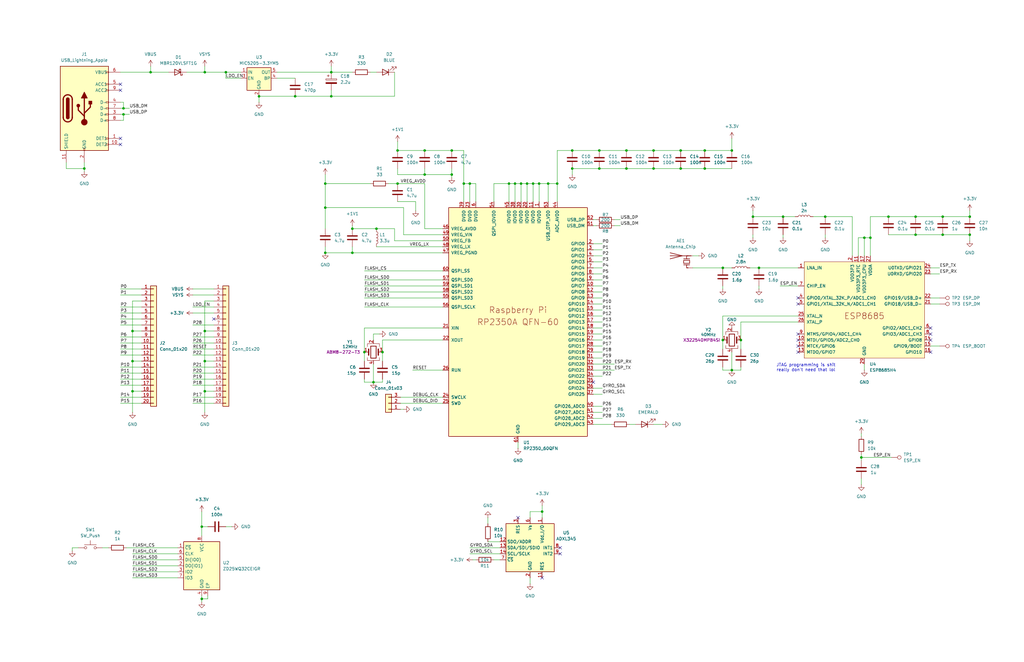
<source format=kicad_sch>
(kicad_sch (version 20231120) (generator "eeschema") (generator_version "8.0")
  (paper "B")
  (title_block (title "Pico2350 W") (date "2024-10-15") (rev "1.0") (company "Copyright (c) 2024 zeankun.dev"))
  (junction (at 408.94 99.06))
  (junction (at 231.14 77.47))
  (junction (at 222.25 77.47))
  (junction (at 252.73 63.5))
  (junction (at 198.12 77.47))
  (junction (at 137.16 77.47))
  (junction (at 228.6 215.9))
  (junction (at 86.36 152.4))
  (junction (at 217.17 77.47))
  (junction (at 139.7 30.48))
  (junction (at 109.22 40.64))
  (junction (at 308.61 156.21))
  (junction (at 317.5 91.44))
  (junction (at 139.7 40.64))
  (junction (at 153.67 148.59))
  (junction (at 52.07 45.72))
  (junction (at 386.08 91.44))
  (junction (at 137.16 106.68))
  (junction (at 408.94 91.44))
  (junction (at 35.56 71.12))
  (junction (at 363.22 193.04))
  (junction (at 397.51 99.06))
  (junction (at 85.09 222.25))
  (junction (at 347.98 91.44))
  (junction (at 304.8 143.51))
  (junction (at 137.16 87.63))
  (junction (at 179.07 73.66))
  (junction (at 241.3 63.5))
  (junction (at 241.3 71.12))
  (junction (at 397.51 91.44))
  (junction (at 95.25 30.48))
  (junction (at 224.79 77.47))
  (junction (at 264.16 71.12))
  (junction (at 304.8 113.03))
  (junction (at 148.59 106.68))
  (junction (at 55.88 139.7))
  (junction (at 190.5 63.5))
  (junction (at 275.59 63.5))
  (junction (at 275.59 71.12))
  (junction (at 161.29 148.59))
  (junction (at 320.04 113.03))
  (junction (at 55.88 152.4))
  (junction (at 167.64 63.5))
  (junction (at 190.5 73.66))
  (junction (at 157.48 161.29))
  (junction (at 367.03 100.33))
  (junction (at 63.5 30.48))
  (junction (at 124.46 40.64))
  (junction (at 330.2 91.44))
  (junction (at 148.59 96.52))
  (junction (at 252.73 71.12))
  (junction (at 86.36 139.7))
  (junction (at 214.63 77.47))
  (junction (at 374.65 91.44))
  (junction (at 364.49 100.33))
  (junction (at 85.09 252.73))
  (junction (at 179.07 63.5))
  (junction (at 158.75 96.52))
  (junction (at 297.18 71.12))
  (junction (at 297.18 63.5))
  (junction (at 227.33 77.47))
  (junction (at 55.88 165.1))
  (junction (at 86.36 165.1))
  (junction (at 308.61 63.5))
  (junction (at 234.95 77.47))
  (junction (at 219.71 77.47))
  (junction (at 52.07 48.26))
  (junction (at 264.16 63.5))
  (junction (at 287.02 71.12))
  (junction (at 386.08 99.06))
  (junction (at 195.58 77.47))
  (junction (at 312.42 143.51))
  (junction (at 287.02 63.5))
  (junction (at 86.36 30.48))
  (junction (at 167.64 77.47))
  (no_connect (at 250.19 161.29))
  (no_connect (at 336.55 128.27))
  (no_connect (at 336.55 140.97))
  (no_connect (at 50.8 58.42))
  (no_connect (at 336.55 143.51))
  (no_connect (at 336.55 125.73))
  (no_connect (at 392.43 138.43))
  (no_connect (at 392.43 148.59))
  (no_connect (at 50.8 35.56))
  (no_connect (at 90.17 134.62))
  (no_connect (at 236.22 233.68))
  (no_connect (at 218.44 218.44))
  (no_connect (at 392.43 143.51))
  (no_connect (at 336.55 148.59))
  (no_connect (at 228.6 243.84))
  (no_connect (at 50.8 60.96))
  (no_connect (at 336.55 146.05))
  (no_connect (at 392.43 140.97))
  (no_connect (at 236.22 231.14))
  (no_connect (at 50.8 38.1))
  (wire (pts (xy 50.8 157.48) (xy 59.69 157.48)))
  (wire (pts (xy 95.25 33.02) (xy 95.25 30.48)))
  (wire (pts (xy 86.36 139.7) (xy 90.17 139.7)))
  (wire (pts (xy 179.07 71.12) (xy 179.07 73.66)))
  (wire (pts (xy 50.8 154.94) (xy 59.69 154.94)))
  (wire (pts (xy 359.41 107.95) (xy 359.41 91.44)))
  (wire (pts (xy 250.19 92.71) (xy 251.46 92.71)))
  (wire (pts (xy 86.36 30.48) (xy 78.74 30.48)))
  (wire (pts (xy 55.88 139.7) (xy 55.88 127)))
  (wire (pts (xy 50.8 30.48) (xy 63.5 30.48)))
  (wire (pts (xy 139.7 38.1) (xy 139.7 40.64)))
  (wire (pts (xy 158.75 96.52) (xy 166.37 96.52)))
  (wire (pts (xy 231.14 77.47) (xy 231.14 85.09)))
  (wire (pts (xy 30.48 231.14) (xy 30.48 232.41)))
  (wire (pts (xy 50.8 170.18) (xy 59.69 170.18)))
  (wire (pts (xy 55.88 127) (xy 59.69 127)))
  (wire (pts (xy 241.3 71.12) (xy 241.3 73.66)))
  (wire (pts (xy 367.03 100.33) (xy 367.03 91.44)))
  (wire (pts (xy 55.88 238.76) (xy 74.93 238.76)))
  (wire (pts (xy 81.28 142.24) (xy 90.17 142.24)))
  (wire (pts (xy 50.8 129.54) (xy 59.69 129.54)))
  (wire (pts (xy 222.25 77.47) (xy 222.25 85.09)))
  (wire (pts (xy 231.14 77.47) (xy 234.95 77.47)))
  (wire (pts (xy 208.28 77.47) (xy 214.63 77.47)))
  (wire (pts (xy 217.17 77.47) (xy 219.71 77.47)))
  (wire (pts (xy 153.67 161.29) (xy 157.48 161.29)))
  (wire (pts (xy 359.41 91.44) (xy 347.98 91.44)))
  (wire (pts (xy 254 148.59) (xy 250.19 148.59)))
  (wire (pts (xy 364.49 107.95) (xy 364.49 100.33)))
  (wire (pts (xy 86.36 27.94) (xy 86.36 30.48)))
  (wire (pts (xy 168.91 172.72) (xy 170.18 172.72)))
  (wire (pts (xy 86.36 30.48) (xy 95.25 30.48)))
  (wire (pts (xy 287.02 71.12) (xy 297.18 71.12)))
  (wire (pts (xy 363.22 193.04) (xy 375.92 193.04)))
  (wire (pts (xy 250.19 173.99) (xy 254 173.99)))
  (wire (pts (xy 50.8 48.26) (xy 52.07 48.26)))
  (wire (pts (xy 363.22 193.04) (xy 363.22 194.31)))
  (wire (pts (xy 254 115.57) (xy 250.19 115.57)))
  (wire (pts (xy 217.17 77.47) (xy 217.17 85.09)))
  (wire (pts (xy 35.56 68.58) (xy 35.56 71.12)))
  (wire (pts (xy 109.22 40.64) (xy 109.22 43.18)))
  (wire (pts (xy 50.8 162.56) (xy 59.69 162.56)))
  (wire (pts (xy 86.36 165.1) (xy 90.17 165.1)))
  (wire (pts (xy 55.88 139.7) (xy 59.69 139.7)))
  (wire (pts (xy 175.26 85.09) (xy 167.64 85.09)))
  (wire (pts (xy 53.34 231.14) (xy 74.93 231.14)))
  (wire (pts (xy 347.98 99.06) (xy 347.98 100.33)))
  (wire (pts (xy 254 120.65) (xy 250.19 120.65)))
  (wire (pts (xy 81.28 137.16) (xy 90.17 137.16)))
  (wire (pts (xy 179.07 73.66) (xy 190.5 73.66)))
  (wire (pts (xy 259.08 95.25) (xy 261.62 95.25)))
  (wire (pts (xy 198.12 85.09) (xy 198.12 77.47)))
  (wire (pts (xy 52.07 48.26) (xy 52.07 50.8)))
  (wire (pts (xy 50.8 160.02) (xy 59.69 160.02)))
  (wire (pts (xy 153.67 160.02) (xy 153.67 161.29)))
  (wire (pts (xy 170.18 87.63) (xy 170.18 99.06)))
  (wire (pts (xy 153.67 138.43) (xy 153.67 148.59)))
  (wire (pts (xy 364.49 100.33) (xy 367.03 100.33)))
  (wire (pts (xy 198.12 233.68) (xy 210.82 233.68)))
  (wire (pts (xy 224.79 77.47) (xy 224.79 85.09)))
  (wire (pts (xy 63.5 30.48) (xy 71.12 30.48)))
  (wire (pts (xy 186.69 138.43) (xy 153.67 138.43)))
  (wire (pts (xy 157.48 140.97) (xy 157.48 143.51)))
  (wire (pts (xy 81.28 157.48) (xy 90.17 157.48)))
  (wire (pts (xy 86.36 139.7) (xy 86.36 127)))
  (wire (pts (xy 223.52 218.44) (xy 223.52 215.9)))
  (wire (pts (xy 137.16 77.47) (xy 137.16 73.66)))
  (wire (pts (xy 363.22 182.88) (xy 363.22 184.15)))
  (wire (pts (xy 81.28 167.64) (xy 90.17 167.64)))
  (wire (pts (xy 139.7 40.64) (xy 124.46 40.64)))
  (wire (pts (xy 52.07 45.72) (xy 54.61 45.72)))
  (wire (pts (xy 275.59 71.12) (xy 287.02 71.12)))
  (wire (pts (xy 254 125.73) (xy 250.19 125.73)))
  (wire (pts (xy 116.84 33.02) (xy 124.46 33.02)))
  (wire (pts (xy 227.33 77.47) (xy 227.33 85.09)))
  (wire (pts (xy 153.67 129.54) (xy 186.69 129.54)))
  (wire (pts (xy 161.29 148.59) (xy 161.29 152.4)))
  (wire (pts (xy 219.71 77.47) (xy 222.25 77.47)))
  (wire (pts (xy 254 143.51) (xy 250.19 143.51)))
  (wire (pts (xy 317.5 91.44) (xy 330.2 91.44)))
  (wire (pts (xy 81.28 144.78) (xy 90.17 144.78)))
  (wire (pts (xy 228.6 215.9) (xy 228.6 218.44)))
  (wire (pts (xy 190.5 73.66) (xy 190.5 74.93)))
  (wire (pts (xy 254 130.81) (xy 250.19 130.81)))
  (wire (pts (xy 250.19 95.25) (xy 251.46 95.25)))
  (wire (pts (xy 81.28 121.92) (xy 90.17 121.92)))
  (wire (pts (xy 250.19 171.45) (xy 254 171.45)))
  (wire (pts (xy 312.42 156.21) (xy 308.61 156.21)))
  (wire (pts (xy 361.95 100.33) (xy 364.49 100.33)))
  (wire (pts (xy 137.16 77.47) (xy 137.16 87.63)))
  (wire (pts (xy 208.28 85.09) (xy 208.28 77.47)))
  (wire (pts (xy 160.02 140.97) (xy 157.48 140.97)))
  (wire (pts (xy 320.04 120.65) (xy 320.04 121.92)))
  (wire (pts (xy 43.18 231.14) (xy 45.72 231.14)))
  (wire (pts (xy 163.83 77.47) (xy 167.64 77.47)))
  (wire (pts (xy 367.03 91.44) (xy 374.65 91.44)))
  (wire (pts (xy 227.33 77.47) (xy 231.14 77.47)))
  (wire (pts (xy 392.43 125.73) (xy 396.24 125.73)))
  (wire (pts (xy 234.95 63.5) (xy 234.95 77.47)))
  (wire (pts (xy 168.91 167.64) (xy 186.69 167.64)))
  (wire (pts (xy 81.28 160.02) (xy 90.17 160.02)))
  (wire (pts (xy 81.28 124.46) (xy 90.17 124.46)))
  (wire (pts (xy 275.59 179.07) (xy 279.4 179.07)))
  (wire (pts (xy 85.09 251.46) (xy 85.09 252.73)))
  (wire (pts (xy 167.64 59.69) (xy 167.64 63.5)))
  (wire (pts (xy 297.18 63.5) (xy 287.02 63.5)))
  (wire (pts (xy 186.69 106.68) (xy 148.59 106.68)))
  (wire (pts (xy 190.5 71.12) (xy 190.5 73.66)))
  (wire (pts (xy 137.16 87.63) (xy 170.18 87.63)))
  (wire (pts (xy 137.16 87.63) (xy 137.16 96.52)))
  (wire (pts (xy 254 146.05) (xy 250.19 146.05)))
  (wire (pts (xy 55.88 152.4) (xy 55.88 139.7)))
  (wire (pts (xy 81.28 154.94) (xy 90.17 154.94)))
  (wire (pts (xy 250.19 179.07) (xy 257.81 179.07)))
  (wire (pts (xy 156.21 30.48) (xy 158.75 30.48)))
  (wire (pts (xy 205.74 218.44) (xy 205.74 220.98)))
  (wire (pts (xy 252.73 71.12) (xy 264.16 71.12)))
  (wire (pts (xy 342.9 91.44) (xy 347.98 91.44)))
  (wire (pts (xy 218.44 186.69) (xy 218.44 189.23)))
  (wire (pts (xy 190.5 63.5) (xy 179.07 63.5)))
  (wire (pts (xy 153.67 118.11) (xy 186.69 118.11)))
  (wire (pts (xy 374.65 91.44) (xy 386.08 91.44)))
  (wire (pts (xy 55.88 152.4) (xy 59.69 152.4)))
  (wire (pts (xy 35.56 71.12) (xy 35.56 72.39)))
  (wire (pts (xy 408.94 88.9) (xy 408.94 91.44)))
  (wire (pts (xy 81.28 147.32) (xy 90.17 147.32)))
  (wire (pts (xy 116.84 30.48) (xy 139.7 30.48)))
  (wire (pts (xy 195.58 85.09) (xy 195.58 77.47)))
  (wire (pts (xy 250.19 156.21) (xy 259.08 156.21)))
  (wire (pts (xy 254 128.27) (xy 250.19 128.27)))
  (wire (pts (xy 392.43 128.27) (xy 396.24 128.27)))
  (wire (pts (xy 392.43 146.05) (xy 396.24 146.05)))
  (wire (pts (xy 312.42 135.89) (xy 336.55 135.89)))
  (wire (pts (xy 363.22 201.93) (xy 363.22 204.47)))
  (wire (pts (xy 161.29 160.02) (xy 161.29 161.29)))
  (wire (pts (xy 254 138.43) (xy 250.19 138.43)))
  (wire (pts (xy 223.52 215.9) (xy 228.6 215.9)))
  (wire (pts (xy 214.63 77.47) (xy 217.17 77.47)))
  (wire (pts (xy 254 133.35) (xy 250.19 133.35)))
  (wire (pts (xy 304.8 113.03) (xy 308.61 113.03)))
  (wire (pts (xy 50.8 167.64) (xy 59.69 167.64)))
  (wire (pts (xy 287.02 63.5) (xy 275.59 63.5)))
  (wire (pts (xy 374.65 99.06) (xy 386.08 99.06)))
  (wire (pts (xy 153.67 125.73) (xy 186.69 125.73)))
  (wire (pts (xy 153.67 114.3) (xy 186.69 114.3)))
  (wire (pts (xy 139.7 30.48) (xy 148.59 30.48)))
  (wire (pts (xy 222.25 77.47) (xy 224.79 77.47)))
  (wire (pts (xy 297.18 71.12) (xy 308.61 71.12)))
  (wire (pts (xy 199.39 236.22) (xy 200.66 236.22)))
  (wire (pts (xy 186.69 99.06) (xy 170.18 99.06)))
  (wire (pts (xy 195.58 77.47) (xy 195.58 63.5)))
  (wire (pts (xy 200.66 77.47) (xy 198.12 77.47)))
  (wire (pts (xy 312.42 143.51) (xy 312.42 147.32)))
  (wire (pts (xy 304.8 133.35) (xy 304.8 143.51)))
  (wire (pts (xy 55.88 233.68) (xy 74.93 233.68)))
  (wire (pts (xy 265.43 179.07) (xy 267.97 179.07)))
  (wire (pts (xy 179.07 77.47) (xy 167.64 77.47)))
  (wire (pts (xy 312.42 135.89) (xy 312.42 143.51)))
  (wire (pts (xy 252.73 63.5) (xy 241.3 63.5)))
  (wire (pts (xy 386.08 91.44) (xy 397.51 91.44)))
  (wire (pts (xy 50.8 137.16) (xy 59.69 137.16)))
  (wire (pts (xy 167.64 71.12) (xy 167.64 73.66)))
  (wire (pts (xy 228.6 213.36) (xy 228.6 215.9)))
  (wire (pts (xy 50.8 147.32) (xy 59.69 147.32)))
  (wire (pts (xy 166.37 40.64) (xy 139.7 40.64)))
  (wire (pts (xy 166.37 96.52) (xy 166.37 101.6)))
  (wire (pts (xy 363.22 193.04) (xy 363.22 191.77)))
  (wire (pts (xy 157.48 153.67) (xy 157.48 161.29)))
  (wire (pts (xy 85.09 252.73) (xy 85.09 254)))
  (wire (pts (xy 50.8 124.46) (xy 59.69 124.46)))
  (wire (pts (xy 86.36 127) (xy 90.17 127)))
  (wire (pts (xy 95.25 30.48) (xy 101.6 30.48)))
  (wire (pts (xy 250.19 176.53) (xy 254 176.53)))
  (wire (pts (xy 148.59 104.14) (xy 148.59 106.68)))
  (wire (pts (xy 304.8 143.51) (xy 304.8 147.32)))
  (wire (pts (xy 205.74 228.6) (xy 210.82 228.6)))
  (wire (pts (xy 259.08 92.71) (xy 261.62 92.71)))
  (wire (pts (xy 81.28 129.54) (xy 90.17 129.54)))
  (wire (pts (xy 86.36 152.4) (xy 86.36 139.7)))
  (wire (pts (xy 254 123.19) (xy 250.19 123.19)))
  (wire (pts (xy 179.07 96.52) (xy 179.07 77.47)))
  (wire (pts (xy 167.64 73.66) (xy 179.07 73.66)))
  (wire (pts (xy 52.07 48.26) (xy 54.61 48.26)))
  (wire (pts (xy 214.63 77.47) (xy 214.63 85.09)))
  (wire (pts (xy 397.51 99.06) (xy 408.94 99.06)))
  (wire (pts (xy 55.88 165.1) (xy 59.69 165.1)))
  (wire (pts (xy 95.25 222.25) (xy 97.79 222.25)))
  (wire (pts (xy 86.36 173.99) (xy 86.36 165.1)))
  (wire (pts (xy 50.8 149.86) (xy 59.69 149.86)))
  (wire (pts (xy 50.8 45.72) (xy 52.07 45.72)))
  (wire (pts (xy 85.09 222.25) (xy 85.09 226.06)))
  (wire (pts (xy 50.8 142.24) (xy 59.69 142.24)))
  (wire (pts (xy 81.28 162.56) (xy 90.17 162.56)))
  (wire (pts (xy 81.28 170.18) (xy 90.17 170.18)))
  (wire (pts (xy 250.19 166.37) (xy 254 166.37)))
  (wire (pts (xy 234.95 77.47) (xy 234.95 85.09)))
  (wire (pts (xy 195.58 63.5) (xy 190.5 63.5)))
  (wire (pts (xy 316.23 113.03) (xy 320.04 113.03)))
  (wire (pts (xy 87.63 251.46) (xy 87.63 252.73)))
  (wire (pts (xy 264.16 63.5) (xy 252.73 63.5)))
  (wire (pts (xy 250.19 153.67) (xy 259.08 153.67)))
  (wire (pts (xy 317.5 99.06) (xy 317.5 100.33)))
  (wire (pts (xy 304.8 133.35) (xy 336.55 133.35)))
  (wire (pts (xy 148.59 95.25) (xy 148.59 96.52)))
  (wire (pts (xy 27.94 68.58) (xy 27.94 71.12)))
  (wire (pts (xy 166.37 30.48) (xy 166.37 40.64)))
  (wire (pts (xy 250.19 163.83) (xy 254 163.83)))
  (wire (pts (xy 312.42 154.94) (xy 312.42 156.21)))
  (wire (pts (xy 50.8 134.62) (xy 59.69 134.62)))
  (wire (pts (xy 264.16 71.12) (xy 275.59 71.12)))
  (wire (pts (xy 148.59 106.68) (xy 137.16 106.68)))
  (wire (pts (xy 153.67 148.59) (xy 153.67 152.4)))
  (wire (pts (xy 330.2 91.44) (xy 335.28 91.44)))
  (wire (pts (xy 179.07 63.5) (xy 167.64 63.5)))
  (wire (pts (xy 241.3 71.12) (xy 252.73 71.12)))
  (wire (pts (xy 139.7 27.94) (xy 139.7 30.48)))
  (wire (pts (xy 55.88 236.22) (xy 74.93 236.22)))
  (wire (pts (xy 173.99 156.21) (xy 186.69 156.21)))
  (wire (pts (xy 186.69 96.52) (xy 179.07 96.52)))
  (wire (pts (xy 367.03 107.95) (xy 367.03 100.33)))
  (wire (pts (xy 166.37 101.6) (xy 186.69 101.6)))
  (wire (pts (xy 85.09 215.9) (xy 85.09 222.25)))
  (wire (pts (xy 254 110.49) (xy 250.19 110.49)))
  (wire (pts (xy 361.95 107.95) (xy 361.95 100.33)))
  (wire (pts (xy 198.12 231.14) (xy 210.82 231.14)))
  (wire (pts (xy 328.93 120.65) (xy 336.55 120.65)))
  (wire (pts (xy 254 135.89) (xy 250.19 135.89)))
  (wire (pts (xy 153.67 120.65) (xy 186.69 120.65)))
  (wire (pts (xy 392.43 115.57) (xy 396.24 115.57)))
  (wire (pts (xy 148.59 96.52) (xy 158.75 96.52)))
  (wire (pts (xy 219.71 77.47) (xy 219.71 85.09)))
  (wire (pts (xy 55.88 173.99) (xy 55.88 165.1)))
  (wire (pts (xy 320.04 113.03) (xy 336.55 113.03)))
  (wire (pts (xy 254 105.41) (xy 250.19 105.41)))
  (wire (pts (xy 254 158.75) (xy 250.19 158.75)))
  (wire (pts (xy 254 107.95) (xy 250.19 107.95)))
  (wire (pts (xy 175.26 88.9) (xy 175.26 85.09)))
  (wire (pts (xy 364.49 153.67) (xy 364.49 156.21)))
  (wire (pts (xy 254 151.13) (xy 250.19 151.13)))
  (wire (pts (xy 208.28 236.22) (xy 210.82 236.22)))
  (wire (pts (xy 397.51 91.44) (xy 408.94 91.44)))
  (wire (pts (xy 223.52 243.84) (xy 223.52 246.38)))
  (wire (pts (xy 52.07 45.72) (xy 52.07 43.18)))
  (wire (pts (xy 156.21 77.47) (xy 137.16 77.47)))
  (wire (pts (xy 52.07 50.8) (xy 50.8 50.8)))
  (wire (pts (xy 168.91 170.18) (xy 186.69 170.18)))
  (wire (pts (xy 392.43 113.03) (xy 396.24 113.03)))
  (wire (pts (xy 87.63 252.73) (xy 85.09 252.73)))
  (wire (pts (xy 101.6 33.02) (xy 95.25 33.02)))
  (wire (pts (xy 158.75 104.14) (xy 186.69 104.14)))
  (wire (pts (xy 33.02 231.14) (xy 30.48 231.14)))
  (wire (pts (xy 198.12 77.47) (xy 195.58 77.47)))
  (wire (pts (xy 27.94 71.12) (xy 35.56 71.12)))
  (wire (pts (xy 308.61 58.42) (xy 308.61 63.5)))
  (wire (pts (xy 317.5 88.9) (xy 317.5 91.44)))
  (wire (pts (xy 55.88 241.3) (xy 74.93 241.3)))
  (wire (pts (xy 254 113.03) (xy 250.19 113.03)))
  (wire (pts (xy 304.8 156.21) (xy 308.61 156.21)))
  (wire (pts (xy 292.1 113.03) (xy 304.8 113.03)))
  (wire (pts (xy 50.8 132.08) (xy 59.69 132.08)))
  (wire (pts (xy 86.36 165.1) (xy 86.36 152.4)))
  (wire (pts (xy 81.28 132.08) (xy 90.17 132.08)))
  (wire (pts (xy 254 118.11) (xy 250.19 118.11)))
  (wire (pts (xy 50.8 144.78) (xy 59.69 144.78)))
  (wire (pts (xy 275.59 63.5) (xy 264.16 63.5)))
  (wire (pts (xy 137.16 106.68) (xy 137.16 104.14)))
  (wire (pts (xy 308.61 148.59) (xy 308.61 156.21)))
  (wire (pts (xy 153.67 123.19) (xy 186.69 123.19)))
  (wire (pts (xy 55.88 165.1) (xy 55.88 152.4)))
  (wire (pts (xy 109.22 40.64) (xy 124.46 40.64)))
  (wire (pts (xy 186.69 143.51) (xy 161.29 143.51)))
  (wire (pts (xy 386.08 99.06) (xy 397.51 99.06)))
  (wire (pts (xy 55.88 243.84) (xy 74.93 243.84)))
  (wire (pts (xy 408.94 99.06) (xy 408.94 101.6)))
  (wire (pts (xy 308.61 63.5) (xy 297.18 63.5)))
  (wire (pts (xy 50.8 121.92) (xy 59.69 121.92)))
  (wire (pts (xy 304.8 154.94) (xy 304.8 156.21)))
  (wire (pts (xy 254 102.87) (xy 250.19 102.87)))
  (wire (pts (xy 81.28 149.86) (xy 90.17 149.86)))
  (wire (pts (xy 200.66 85.09) (xy 200.66 77.47)))
  (wire (pts (xy 63.5 30.48) (xy 63.5 27.94)))
  (wire (pts (xy 330.2 99.06) (xy 330.2 100.33)))
  (wire (pts (xy 224.79 77.47) (xy 227.33 77.47)))
  (wire (pts (xy 292.1 107.95) (xy 294.64 107.95)))
  (wire (pts (xy 254 140.97) (xy 250.19 140.97)))
  (wire (pts (xy 304.8 120.65) (xy 304.8 121.92)))
  (wire (pts (xy 52.07 43.18) (xy 50.8 43.18)))
  (wire (pts (xy 241.3 63.5) (xy 234.95 63.5)))
  (wire (pts (xy 86.36 152.4) (xy 90.17 152.4)))
  (wire (pts (xy 161.29 143.51) (xy 161.29 148.59)))
  (wire (pts (xy 87.63 222.25) (xy 85.09 222.25)))
  (wire (pts (xy 161.29 161.29) (xy 157.48 161.29)))
  (text "JTAG programming is shit\nreally don't need that lol\n" (at 339.852 155.194 0) (effects (font (size 1.27 1.27))))
  (label "P13" (at 50.8 162.56 0))
  (label "FLASH_SD3" (at 55.88 243.84 0))
  (label "FLASH_CS" (at 153.67 114.3 0))
  (label "P19" (at 81.28 160.02 0))
  (label "P21" (at 81.28 154.94 0))
  (label "FLASH_CS" (at 55.88 231.14 0))
  (label "USB_DP" (at 261.62 92.71 0))
  (label "P11" (at 254 130.81 0))
  (label "FLASH_SD0" (at 153.67 118.11 0))
  (label "P20" (at 81.28 157.48 0))
  (label "P12" (at 50.8 160.02 0))
  (label "P7" (at 50.8 144.78 0))
  (label "USB_DM" (at 54.61 45.72 0))
  (label "P6" (at 254 118.11 0))
  (label "P6" (at 50.8 142.24 0))
  (label "GYRO_SCL" (at 198.12 233.68 0))
  (label "FLASH_SD2" (at 55.88 241.3 0))
  (label "ESP_TX" (at 396.24 113.03 0))
  (label "P7" (at 254 120.65 0))
  (label "P12" (at 254 133.35 0))
  (label "P2" (at 50.8 129.54 0))
  (label "P14" (at 254 138.43 0))
  (label "FLASH_SD1" (at 153.67 120.65 0))
  (label "P3" (at 254 110.49 0))
  (label "ESP_TX" (at 259.08 156.21 0))
  (label "FLASH_CLK" (at 55.88 233.68 0))
  (label "RESET" (at 81.28 147.32 0))
  (label "VREG_AVDD" (at 168.91 77.47 0))
  (label "P15" (at 254 140.97 0))
  (label "P8" (at 50.8 147.32 0))
  (label "P22" (at 81.28 149.86 0))
  (label "P11" (at 50.8 157.48 0))
  (label "GYRO_SDA" (at 254 163.83 0))
  (label "P16" (at 81.28 170.18 0))
  (label "P9" (at 254 125.73 0))
  (label "GYRO_SCL" (at 254 166.37 0))
  (label "LDO_EN" (at 95.25 33.02 0))
  (label "ESP_EN" (at 328.93 120.65 0))
  (label "P18" (at 81.28 162.56 0))
  (label "P1" (at 50.8 124.46 0))
  (label "ESP_EN" (at 368.3 193.04 0))
  (label "P9" (at 50.8 149.86 0))
  (label "ESP_RX" (at 396.24 115.57 0))
  (label "P0" (at 254 102.87 0))
  (label "P19" (at 254 151.13 0))
  (label "ESP_RX" (at 259.08 153.67 0))
  (label "P2" (at 254 107.95 0))
  (label "P28" (at 254 176.53 0))
  (label "FLASH_SD0" (at 55.88 236.22 0))
  (label "P18" (at 254 148.59 0))
  (label "FLASH_SD1" (at 55.88 238.76 0))
  (label "P26" (at 81.28 144.78 0))
  (label "P4" (at 254 113.03 0))
  (label "P27" (at 254 173.99 0))
  (label "USB_DM" (at 261.62 95.25 0))
  (label "VREG_LX" (at 172.72 104.14 0))
  (label "P15" (at 50.8 170.18 0))
  (label "P27" (at 81.28 142.24 0))
  (label "P20" (at 254 153.67 0))
  (label "P10" (at 50.8 154.94 0))
  (label "P17" (at 254 146.05 0))
  (label "P10" (at 254 128.27 0))
  (label "P5" (at 254 115.57 0))
  (label "P17" (at 81.28 167.64 0))
  (label "P28" (at 81.28 137.16 0))
  (label "P21" (at 254 156.21 0))
  (label "P13" (at 254 135.89 0))
  (label "RESET" (at 173.99 156.21 0))
  (label "FLASH_CLK" (at 153.67 129.54 0))
  (label "FLASH_SD3" (at 153.67 125.73 0))
  (label "P5" (at 50.8 137.16 0))
  (label "LDO_EN" (at 81.28 129.54 0))
  (label "P14" (at 50.8 167.64 0))
  (label "P8" (at 254 123.19 0))
  (label "FLASH_SD2" (at 153.67 123.19 0))
  (label "P1" (at 254 105.41 0))
  (label "DEBUG_CLK" (at 173.99 167.64 0))
  (label "DEBUG_DIO" (at 173.99 170.18 0))
  (label "P26" (at 254 171.45 0))
  (label "P16" (at 254 143.51 0))
  (label "P22" (at 254 158.75 0))
  (label "P3" (at 50.8 132.08 0))
  (label "P0" (at 50.8 121.92 0))
  (label "USB_DP" (at 54.61 48.26 0))
  (label "P4" (at 50.8 134.62 0))
  (label "GYRO_SDA" (at 198.12 231.14 0))
  (symbol (lib_id "power:GND") (at 363.22 204.47 0) (unit 1)
    (property "Reference" "#PWR034" (effects (hide yes)))
    (property "Value" "GND" (at 363.22 209.55 0))
    (property "Description" "Power symbol creates a global label with name \"GND\" , ground" (effects (hide yes)))
  )
  (symbol (lib_id "power:GND") (at 157.48 161.29 0) (unit 1)
    (property "Reference" "#PWR09" (effects (hide yes)))
    (property "Value" "GND" (at 157.48 166.37 0))
    (property "Description" "Power symbol creates a global label with name \"GND\" , ground" (effects (hide yes)))
  )
  (symbol (lib_id "Memory_Flash:W25Q32JVZP") (at 85.09 238.76 0) (unit 1)
    (property "Reference" "U2" (at 93.98 237.4899 0) (effects (justify left)))
    (property "Value" "ZD25WQ32CEIGR" (at 93.98 240.0299 0) (effects (justify left)))
    (property "Footprint" "8-USON-2X3:8-USON-2X3" (effects (hide yes)))
    (property "Datasheet" "http://www.winbond.com/resource-files/w25q32jv%20revg%2003272018%20plus.pdf" (effects (hide yes)))
    (property "Description" "2MB Serial SPI Flash by Gigadevice" (effects (hide yes)))
  )
  (symbol (lib_id "Device:Crystal_GND24") (at 308.61 143.51 0) (unit 1)
    (property "Reference" "Y2" (at 298.704 139.192 0))
    (property "Value" "40MHz" (at 298.704 141.224 0))
    (property "Footprint" "Crystal:Crystal_SMD_3225-4Pin_3.2x2.5mm" (effects (hide yes)))
    (property "Description" "Four pin crystal, GND on pins 2 and 4" (effects (hide yes)))
    (property "Descriptive BOM Name" "X322540MPB4SI" (at 295.91 143.51 0))
  )
  (symbol (lib_id "power:GND") (at 30.48 232.41 0) (unit 1)
    (property "Reference" "#PWR08" (effects (hide yes)))
    (property "Value" "GND" (at 30.48 237.49 0))
    (property "Description" "Power symbol creates a global label with name \"GND\" , ground" (effects (hide yes)))
  )
  (symbol (lib_id "power:VBUS") (at 81.28 124.46 90) (unit 1)
    (property "Reference" "#PWR045" (effects (hide yes)))
    (property "Value" "VSYS" (at 77.47 124.4599 90) (effects (justify left)))
    (property "Description" "Power symbol creates a global label with name \"VBUS\"" (effects (hide yes)))
  )
  (symbol (lib_id "power:GND") (at 160.02 140.97 90) (unit 1)
    (property "Reference" "#PWR010" (effects (hide yes)))
    (property "Value" "GND" (at 163.83 140.9699 90) (effects (justify right)))
    (property "Description" "Power symbol creates a global label with name \"GND\" , ground" (effects (hide yes)))
  )
  (symbol (lib_id "power:GND") (at 279.4 179.07 90) (unit 1)
    (property "Reference" "#PWR020" (effects (hide yes)))
    (property "Value" "GND" (at 283.21 179.0699 90) (effects (justify right)))
    (property "Description" "Power symbol creates a global label with name \"GND\" , ground" (effects (hide yes)))
  )
  (symbol (lib_id "Device:R") (at 152.4 30.48 90) (unit 1)
    (property "Reference" "R3" (at 152.4 24.13 90))
    (property "Value" "330" (at 152.4 26.67 90))
    (property "Footprint" "Resistor_SMD:R_0402_1005Metric" (effects (hide yes)))
    (property "Description" "Resistor" (effects (hide yes)))
  )
  (symbol (lib_id "power:+3.3V") (at 363.22 182.88 0) (unit 1)
    (property "Reference" "#PWR033" (effects (hide yes)))
    (property "Value" "+3.3V" (at 363.22 177.8 0))
    (property "Description" "Power symbol creates a global label with name \"+3.3V\"" (effects (hide yes)))
  )
  (symbol (lib_id "power:GND") (at 35.56 72.39 0) (unit 1)
    (property "Reference" "#PWR021" (effects (hide yes)))
    (property "Value" "GND" (at 35.56 77.47 0))
    (property "Description" "Power symbol creates a global label with name \"GND\" , ground" (effects (hide yes)))
  )
  (symbol (lib_id "power:+3.3V") (at 139.7 27.94 0) (unit 1)
    (property "Reference" "#PWR018" (effects (hide yes)))
    (property "Value" "+3.3V" (at 139.7 22.86 0))
    (property "Description" "Power symbol creates a global label with name \"+3.3V\"" (effects (hide yes)))
  )
  (symbol (lib_id "Device:R") (at 255.27 95.25 90) (unit 1)
    (property "Reference" "R8" (at 255.27 97.536 90))
    (property "Value" "200" (at 255.27 95.25 90))
    (property "Footprint" "Resistor_SMD:R_0402_1005Metric" (effects (hide yes)))
    (property "Description" "Resistor" (effects (hide yes)))
  )
  (symbol (lib_id "Device:C") (at 167.64 81.28 0) (unit 1)
    (property "Reference" "C1" (at 171.45 80.0099 0) (effects (justify left)))
    (property "Value" "4.7u" (at 171.45 82.5499 0) (effects (justify left)))
    (property "Footprint" "Capacitor_SMD:C_0402_1005Metric" (effects (hide yes)))
    (property "Description" "Unpolarized capacitor" (effects (hide yes)))
  )
  (symbol (lib_id "power:+3.3V") (at 317.5 88.9 0) (unit 1)
    (property "Reference" "#PWR029" (effects (hide yes)))
    (property "Value" "+3.3V" (at 317.5 83.82 0))
    (property "Description" "Power symbol creates a global label with name \"+3.3V\"" (effects (hide yes)))
  )
  (symbol (lib_id "Device:C") (at 386.08 95.25 0) (unit 1)
    (property "Reference" "C25" (at 389.89 93.9799 0) (effects (justify left)))
    (property "Value" "0.1u" (at 389.89 96.5199 0) (effects (justify left)))
    (property "Footprint" "Capacitor_SMD:C_0402_1005Metric" (effects (hide yes)))
    (property "Description" "Unpolarized capacitor" (effects (hide yes)))
  )
  (symbol (lib_id "Device:L") (at 312.42 113.03 90) (unit 1)
    (property "Reference" "L2" (at 312.42 107.95 90))
    (property "Value" "2.8n" (at 312.42 110.49 90))
    (property "Footprint" "Inductor_SMD:L_0402_1005Metric" (effects (hide yes)))
    (property "Description" "Inductor" (effects (hide yes)))
  )
  (symbol (lib_id "Device:L") (at 158.75 100.33 0) (unit 1)
    (property "Reference" "L1" (at 160.02 99.0599 0) (effects (justify left)))
    (property "Value" "3.3u" (at 160.02 101.5999 0) (effects (justify left)))
    (property "Footprint" "RP2350_60QFN_minimal:L_pol_2016" (effects (hide yes)))
    (property "Description" "Inductor" (effects (hide yes)))
  )
  (symbol (lib_id "power:GND") (at 308.61 138.43 180) (unit 1)
    (property "Reference" "#PWR040" (effects (hide yes)))
    (property "Value" "GND" (at 308.61 134.874 0))
    (property "Description" "Power symbol creates a global label with name \"GND\" , ground" (effects (hide yes)))
  )
  (symbol (lib_id "power:GND") (at 330.2 100.33 0) (unit 1)
    (property "Reference" "#PWR026" (effects (hide yes)))
    (property "Value" "GND" (at 330.2 105.41 0))
    (property "Description" "Power symbol creates a global label with name \"GND\" , ground" (effects (hide yes)))
  )
  (symbol (lib_id "Device:Crystal_GND24") (at 157.48 148.59 0) (unit 1)
    (property "Reference" "Y1" (at 147.574 144.272 0))
    (property "Value" "12MHz" (at 147.574 146.304 0))
    (property "Footprint" "Crystal:Crystal_SMD_3225-4Pin_3.2x2.5mm" (effects (hide yes)))
    (property "Description" "Four pin crystal, GND on pins 2 and 4" (effects (hide yes)))
    (property "Descriptive BOM Name" "ABM8-272-T3" (at 144.78 148.59 0))
  )
  (symbol (lib_id "Sensor_Motion:ADXL343") (at 223.52 231.14 0) (unit 1)
    (property "Reference" "U5" (at 238.76 224.8214 0))
    (property "Value" "ADXL345" (at 238.76 227.3614 0))
    (property "Footprint" "Package_LGA:LGA-14_3x5mm_P0.8mm_LayoutBorder1x6y" (effects (hide yes)))
    (property "Datasheet" "https://www.analog.com/media/en/technical-documentation/data-sheets/ADXL343.pdf" (effects (hide yes)))
    (property "Description" "3-Axis MEMS Accelerometer, 2/4/8/16g range, I2C/SPI, LGA-14" (effects (hide yes)))
  )
  (symbol (lib_id "power:GND") (at 347.98 100.33 0) (unit 1)
    (property "Reference" "#PWR027" (effects (hide yes)))
    (property "Value" "GND" (at 347.98 105.41 0))
    (property "Description" "Power symbol creates a global label with name \"GND\" , ground" (effects (hide yes)))
  )
  (symbol (lib_id "power:GND") (at 137.16 106.68 0) (unit 1)
    (property "Reference" "#PWR01" (effects (hide yes)))
    (property "Value" "GND" (at 137.16 111.76 0))
    (property "Description" "Power symbol creates a global label with name \"GND\" , ground" (effects (hide yes)))
  )
  (symbol (lib_id "power:VBUS") (at 86.36 27.94 0) (unit 1)
    (property "Reference" "#PWR015" (effects (hide yes)))
    (property "Value" "VSYS" (at 86.36 22.86 0))
    (property "Description" "Power symbol creates a global label with name \"VBUS\"" (effects (hide yes)))
  )
  (symbol (lib_id "power:GND") (at 364.49 156.21 0) (unit 1)
    (property "Reference" "#PWR032" (effects (hide yes)))
    (property "Value" "GND" (at 364.49 161.29 0))
    (property "Description" "Power symbol creates a global label with name \"GND\" , ground" (effects (hide yes)))
  )
  (symbol (lib_id "power:+3.3V") (at 408.94 88.9 0) (unit 1)
    (property "Reference" "#PWR031" (effects (hide yes)))
    (property "Value" "+3.3V" (at 408.94 83.82 0))
    (property "Description" "Power symbol creates a global label with name \"+3.3V\"" (effects (hide yes)))
  )
  (symbol (lib_id "Device:C") (at 308.61 67.31 0) (unit 1)
    (property "Reference" "C16" (at 312.42 66.0399 0) (effects (justify left)))
    (property "Value" "100n" (at 312.42 68.5799 0) (effects (justify left)))
    (property "Footprint" "Capacitor_SMD:C_0402_1005Metric" (effects (hide yes)))
    (property "Description" "Unpolarized capacitor" (effects (hide yes)))
  )
  (symbol (lib_id "power:GND") (at 294.64 107.95 90) (unit 1)
    (property "Reference" "#PWR025" (effects (hide yes)))
    (property "Value" "GND" (at 298.45 107.9499 90) (effects (justify right)))
    (property "Description" "Power symbol creates a global label with name \"GND\" , ground" (effects (hide yes)))
  )
  (symbol (lib_id "Device:C") (at 287.02 67.31 0) (unit 1)
    (property "Reference" "C14" (at 290.83 66.0399 0) (effects (justify left)))
    (property "Value" "100n" (at 290.83 68.5799 0) (effects (justify left)))
    (property "Footprint" "Capacitor_SMD:C_0402_1005Metric" (effects (hide yes)))
    (property "Description" "Unpolarized capacitor" (effects (hide yes)))
  )
  (symbol (lib_id "power:+3.3V") (at 81.28 132.08 90) (unit 1)
    (property "Reference" "#PWR043" (effects (hide yes)))
    (property "Value" "+3.3V" (at 77.47 132.0799 90) (effects (justify left)))
    (property "Description" "Power symbol creates a global label with name \"+3.3V\"" (effects (hide yes)))
  )
  (symbol (lib_id "Device:C") (at 190.5 67.31 0) (unit 1)
    (property "Reference" "C7" (at 194.31 66.0399 0) (effects (justify left)))
    (property "Value" "4.7u" (at 194.31 68.5799 0) (effects (justify left)))
    (property "Footprint" "Capacitor_SMD:C_0402_1005Metric" (effects (hide yes)))
    (property "Description" "Unpolarized capacitor" (effects (hide yes)))
  )
  (symbol (lib_id "Device:C") (at 91.44 222.25 90) (unit 1)
    (property "Reference" "C4" (at 91.44 214.63 90))
    (property "Value" "100n" (at 91.44 217.17 90))
    (property "Footprint" "Capacitor_SMD:C_0402_1005Metric" (effects (hide yes)))
    (property "Description" "Unpolarized capacitor" (effects (hide yes)))
  )
  (symbol (lib_id "Device:R") (at 49.53 231.14 90) (unit 1)
    (property "Reference" "R2" (at 49.53 224.79 90))
    (property "Value" "1k" (at 49.53 227.33 90))
    (property "Footprint" "Resistor_SMD:R_0402_1005Metric" (effects (hide yes)))
    (property "Description" "Resistor" (effects (hide yes)))
  )
  (symbol (lib_id "Device:C") (at 252.73 67.31 0) (unit 1)
    (property "Reference" "C11" (at 256.54 66.0399 0) (effects (justify left)))
    (property "Value" "100n" (at 256.54 68.5799 0) (effects (justify left)))
    (property "Footprint" "Capacitor_SMD:C_0402_1005Metric" (effects (hide yes)))
    (property "Description" "Unpolarized capacitor" (effects (hide yes)))
  )
  (symbol (lib_id "Device:D_Schottky") (at 74.93 30.48 180) (unit 1)
    (property "Reference" "D1" (at 75.2475 24.13 0))
    (property "Value" "MBR120VLSFT1G" (at 75.2475 26.67 0))
    (property "Footprint" "Diode_SMD:D_SOD-123F" (effects (hide yes)))
    (property "Description" "Schottky diode" (effects (hide yes)))
  )
  (symbol (lib_id "power:GND") (at 55.88 173.99 0) (unit 1)
    (property "Reference" "#PWR041" (effects (hide yes)))
    (property "Value" "GND" (at 55.88 179.07 0))
    (property "Description" "Power symbol creates a global label with name \"GND\" , ground" (effects (hide yes)))
  )
  (symbol (lib_id "Device:C") (at 397.51 95.25 0) (unit 1)
    (property "Reference" "C26" (at 401.32 93.9799 0) (effects (justify left)))
    (property "Value" "1u" (at 401.32 96.5199 0) (effects (justify left)))
    (property "Footprint" "Capacitor_SMD:C_0402_1005Metric" (effects (hide yes)))
    (property "Description" "Unpolarized capacitor" (effects (hide yes)))
  )
  (symbol (lib_id "power:GND") (at 175.26 88.9 0) (unit 1)
    (property "Reference" "#PWR03" (effects (hide yes)))
    (property "Value" "GND" (at 175.26 93.98 0))
    (property "Description" "Power symbol creates a global label with name \"GND\" , ground" (effects (hide yes)))
  )
  (symbol (lib_id "power:GND") (at 218.44 189.23 0) (unit 1)
    (property "Reference" "#PWR022" (effects (hide yes)))
    (property "Value" "GND" (at 218.44 194.31 0))
    (property "Description" "Power symbol creates a global label with name \"GND\" , ground" (effects (hide yes)))
  )
  (symbol (lib_id "AppleSymbols:USB_Lightning") (at 35.56 45.72 0) (unit 1)
    (property "Reference" "J1" (at 35.56 22.86 0))
    (property "Value" "USB_Lightning_Apple" (at 35.56 25.4 0))
    (property "Footprint" "RP2350_60QFN_minimal:Apple_LightningConnector_ShouHan" (effects (hide yes)))
  )
  (symbol (lib_id "Device:C") (at 304.8 116.84 0) (unit 1)
    (property "Reference" "C20" (at 308.61 115.5699 0) (effects (justify left)))
    (property "Value" "1.6p" (at 308.61 118.1099 0) (effects (justify left)))
    (property "Footprint" "Capacitor_SMD:C_0402_1005Metric" (effects (hide yes)))
    (property "Description" "Unpolarized capacitor" (effects (hide yes)))
  )
  (symbol (lib_id "Switch:SW_Push") (at 38.1 231.14 0) (unit 1)
    (property "Reference" "SW1" (at 38.1 223.52 0))
    (property "Value" "SW_Push" (at 38.1 226.06 0))
    (property "Footprint" "Button_Switch_SMD:SW_Push_1P1T_NO_Vertical_Wuerth_434133025816" (effects (hide yes)))
    (property "Description" "Push button switch, generic, two pins" (effects (hide yes)))
  )
  (symbol (lib_id "power:+3.3V") (at 85.09 215.9 0) (unit 1)
    (property "Reference" "#PWR06" (effects (hide yes)))
    (property "Value" "+3.3V" (at 85.09 210.82 0))
    (property "Description" "Power symbol creates a global label with name \"+3.3V\"" (effects (hide yes)))
  )
  (symbol (lib_id "Device:C") (at 347.98 95.25 0) (unit 1)
    (property "Reference" "C22" (at 351.79 93.9799 0) (effects (justify left)))
    (property "Value" "0.1u" (at 351.79 96.5199 0) (effects (justify left)))
    (property "Footprint" "Capacitor_SMD:C_0402_1005Metric" (effects (hide yes)))
    (property "Description" "Unpolarized capacitor" (effects (hide yes)))
  )
  (symbol (lib_id "Device:R") (at 261.62 179.07 90) (unit 1)
    (property "Reference" "R6" (at 261.62 172.72 90))
    (property "Value" "330" (at 261.62 175.26 90))
    (property "Footprint" "Resistor_SMD:R_0402_1005Metric" (effects (hide yes)))
    (property "Description" "Resistor" (effects (hide yes)))
  )
  (symbol (lib_id "Device:C") (at 124.46 36.83 0) (unit 1)
    (property "Reference" "C17" (at 128.27 35.5599 0) (effects (justify left)))
    (property "Value" "470p" (at 128.27 38.0999 0) (effects (justify left)))
    (property "Footprint" "Capacitor_SMD:C_0402_1005Metric" (effects (hide yes)))
    (property "Description" "Unpolarized capacitor" (effects (hide yes)))
  )
  (symbol (lib_id "Device:C") (at 317.5 95.25 0) (unit 1)
    (property "Reference" "C23" (at 321.31 93.9799 0) (effects (justify left)))
    (property "Value" "10u" (at 321.31 96.5199 0) (effects (justify left)))
    (property "Footprint" "Capacitor_SMD:C_0402_1005Metric" (effects (hide yes)))
    (property "Description" "Unpolarized capacitor" (effects (hide yes)))
  )
  (symbol (lib_id "power:VBUS") (at 63.5 27.94 0) (unit 1)
    (property "Reference" "#PWR014" (effects (hide yes)))
    (property "Value" "VBUS" (at 63.5 22.86 0))
    (property "Description" "Power symbol creates a global label with name \"VBUS\"" (effects (hide yes)))
  )
  (symbol (lib_id "power:GND") (at 408.94 101.6 0) (unit 1)
    (property "Reference" "#PWR030" (effects (hide yes)))
    (property "Value" "GND" (at 408.94 106.68 0))
    (property "Description" "Power symbol creates a global label with name \"GND\" , ground" (effects (hide yes)))
  )
  (symbol (lib_id "PCM_Espressif:ESP8685") (at 364.49 130.81 0) (unit 1)
    (property "Reference" "U4" (at 366.6841 153.67 0) (effects (justify left)))
    (property "Value" "ESP8685H4" (at 366.6841 156.21 0) (effects (justify left)))
    (property "Footprint" "Package_DFN_QFN:QFN-28-1EP_4x4mm_P0.4mm_EP2.6x2.6mm" (effects (hide yes)))
    (property "Datasheet" "https://www.espressif.com/sites/default/files/documentation/esp8685_datasheet_en.pdf" (effects (hide yes)))
    (property "Description" "ESP8685 is an ultra-low-power and highly-integrated MCU-based SoC solution that supports 2.4 GHz Wi-Fi and\nBluetooth® Low Energy (Bluetooth LE)." (effects (hide yes)))
  )
  (symbol (lib_id "Device:L") (at 339.09 91.44 90) (unit 1)
    (property "Reference" "L3" (at 339.09 86.36 90))
    (property "Value" "2n" (at 339.09 88.9 90))
    (property "Footprint" "Inductor_SMD:L_0402_1005Metric" (effects (hide yes)))
    (property "Description" "Inductor" (effects (hide yes)))
  )
  (symbol (lib_id "power:GND") (at 223.52 246.38 0) (unit 1)
    (property "Reference" "#PWR035" (effects (hide yes)))
    (property "Value" "GND" (at 223.52 251.46 0))
    (property "Description" "Power symbol creates a global label with name \"GND\" , ground" (effects (hide yes)))
  )
  (symbol (lib_id "power:+1V1") (at 167.64 59.69 0) (unit 1)
    (property "Reference" "#PWR011" (effects (hide yes)))
    (property "Value" "+1V1" (at 167.64 54.61 0))
    (property "Description" "Power symbol creates a global label with name \"+1V1\"" (effects (hide yes)))
  )
  (symbol (lib_id "power:+3.3V") (at 137.16 73.66 0) (unit 1)
    (property "Reference" "#PWR02" (effects (hide yes)))
    (property "Value" "+3.3V" (at 137.16 68.58 0))
    (property "Description" "Power symbol creates a global label with name \"+3.3V\"" (effects (hide yes)))
  )
  (symbol (lib_id "Device:R") (at 205.74 224.79 0) (unit 1)
    (property "Reference" "R10" (at 208.28 223.5199 0) (effects (justify left)))
    (property "Value" "10k" (at 208.28 226.0599 0) (effects (justify left)))
    (property "Footprint" "Resistor_SMD:R_0402_1005Metric" (effects (hide yes)))
    (property "Description" "Resistor" (effects (hide yes)))
  )
  (symbol (lib_id "Device:C") (at 275.59 67.31 0) (unit 1)
    (property "Reference" "C13" (at 279.4 66.0399 0) (effects (justify left)))
    (property "Value" "100n" (at 279.4 68.5799 0) (effects (justify left)))
    (property "Footprint" "Capacitor_SMD:C_0402_1005Metric" (effects (hide yes)))
    (property "Description" "Unpolarized capacitor" (effects (hide yes)))
  )
  (symbol (lib_id "Device:C") (at 363.22 198.12 0) (unit 1)
    (property "Reference" "C28" (at 367.03 196.8499 0) (effects (justify left)))
    (property "Value" "1u" (at 367.03 199.3899 0) (effects (justify left)))
    (property "Footprint" "Capacitor_SMD:C_0402_1005Metric" (effects (hide yes)))
    (property "Description" "Unpolarized capacitor" (effects (hide yes)))
  )
  (symbol (lib_id "Device:C") (at 167.64 67.31 0) (unit 1)
    (property "Reference" "C9" (at 171.45 66.0399 0) (effects (justify left)))
    (property "Value" "100n" (at 171.45 68.5799 0) (effects (justify left)))
    (property "Footprint" "Capacitor_SMD:C_0402_1005Metric" (effects (hide yes)))
    (property "Description" "Unpolarized capacitor" (effects (hide yes)))
  )
  (symbol (lib_id "Device:C") (at 320.04 116.84 0) (unit 1)
    (property "Reference" "C19" (at 323.85 115.5699 0) (effects (justify left)))
    (property "Value" "1.6p" (at 323.85 118.1099 0) (effects (justify left)))
    (property "Footprint" "Capacitor_SMD:C_0402_1005Metric" (effects (hide yes)))
    (property "Description" "Unpolarized capacitor" (effects (hide yes)))
  )
  (symbol (lib_id "Device:R") (at 204.47 236.22 90) (unit 1)
    (property "Reference" "R11" (at 204.47 238.76 90))
    (property "Value" "10k" (at 204.47 236.22 90))
    (property "Footprint" "Resistor_SMD:R_0402_1005Metric" (effects (hide yes)))
    (property "Description" "Resistor" (effects (hide yes)))
  )
  (symbol (lib_id "Device:LED") (at 162.56 30.48 180) (unit 1)
    (property "Reference" "D2" (at 164.1475 22.86 0))
    (property "Value" "BLUE" (at 164.1475 25.4 0))
    (property "Footprint" "LED_SMD:LED_0402_1005Metric" (effects (hide yes)))
    (property "Description" "Light emitting diode" (effects (hide yes)))
  )
  (symbol (lib_id "Connector:TestPoint") (at 396.24 146.05 270) (unit 1)
    (property "Reference" "TP4" (at 401.32 146.05 90) (effects (justify left)))
    (property "Value" "ESP_BOOT" (at 405.892 146.05 90) (effects (justify left)))
    (property "Footprint" "TestPoint:TestPoint_Pad_D1.0mm" (effects (hide yes)))
    (property "Description" "test point" (effects (hide yes)))
  )
  (symbol (lib_id "Device:R") (at 255.27 92.71 90) (unit 1)
    (property "Reference" "R7" (at 255.27 90.678 90))
    (property "Value" "200" (at 255.27 92.71 90))
    (property "Footprint" "Resistor_SMD:R_0402_1005Metric" (effects (hide yes)))
    (property "Description" "Resistor" (effects (hide yes)))
  )
  (symbol (lib_id "Device:C") (at 330.2 95.25 0) (unit 1)
    (property "Reference" "C21" (at 334.01 93.9799 0) (effects (justify left)))
    (property "Value" "0.1u" (at 334.01 96.5199 0) (effects (justify left)))
    (property "Footprint" "Capacitor_SMD:C_0402_1005Metric" (effects (hide yes)))
    (property "Description" "Unpolarized capacitor" (effects (hide yes)))
  )
  (symbol (lib_id "power:GND") (at 308.61 156.21 0) (unit 1)
    (property "Reference" "#PWR039" (effects (hide yes)))
    (property "Value" "GND" (at 308.61 161.29 0))
    (property "Description" "Power symbol creates a global label with name \"GND\" , ground" (effects (hide yes)))
  )
  (symbol (lib_id "Device:C") (at 374.65 95.25 0) (unit 1)
    (property "Reference" "C24" (at 378.46 93.9799 0) (effects (justify left)))
    (property "Value" "0.1u" (at 378.46 96.5199 0) (effects (justify left)))
    (property "Footprint" "Capacitor_SMD:C_0402_1005Metric" (effects (hide yes)))
    (property "Description" "Unpolarized capacitor" (effects (hide yes)))
  )
  (symbol (lib_id "Device:C") (at 304.8 151.13 0) (unit 1)
    (property "Reference" "C29" (at 301.244 149.86 0) (effects (justify right)))
    (property "Value" "26p" (at 301.244 152.4 0) (effects (justify right)))
    (property "Footprint" "Capacitor_SMD:C_0402_1005Metric" (effects (hide yes)))
    (property "Description" "Unpolarized capacitor" (effects (hide yes)))
  )
  (symbol (lib_id "Device:R") (at 160.02 77.47 90) (unit 1)
    (property "Reference" "R1" (at 160.02 71.12 90))
    (property "Value" "33" (at 160.02 73.66 90))
    (property "Footprint" "Resistor_SMD:R_0402_1005Metric" (effects (hide yes)))
    (property "Description" "Resistor" (effects (hide yes)))
  )
  (symbol (lib_id "power:GND") (at 97.79 222.25 90) (unit 1)
    (property "Reference" "#PWR07" (effects (hide yes)))
    (property "Value" "GND" (at 101.6 222.2499 90) (effects (justify right)))
    (property "Description" "Power symbol creates a global label with name \"GND\" , ground" (effects (hide yes)))
  )
  (symbol (lib_id "power:GND") (at 85.09 254 0) (unit 1)
    (property "Reference" "#PWR05" (effects (hide yes)))
    (property "Value" "GND" (at 85.09 259.08 0))
    (property "Description" "Power symbol creates a global label with name \"GND\" , ground" (effects (hide yes)))
  )
  (symbol (lib_id "Connector:TestPoint") (at 396.24 125.73 270) (unit 1)
    (property "Reference" "TP2" (at 401.32 125.7299 90) (effects (justify left)))
    (property "Value" "ESP_DP" (at 405.892 125.73 90) (effects (justify left)))
    (property "Footprint" "TestPoint:TestPoint_Pad_D1.0mm" (effects (hide yes)))
    (property "Description" "test point" (effects (hide yes)))
  )
  (symbol (lib_id "Device:C") (at 312.42 151.13 0) (unit 1)
    (property "Reference" "C30" (at 316.23 149.8599 0) (effects (justify left)))
    (property "Value" "26p" (at 316.23 152.3999 0) (effects (justify left)))
    (property "Footprint" "Capacitor_SMD:C_0402_1005Metric" (effects (hide yes)))
    (property "Description" "Unpolarized capacitor" (effects (hide yes)))
  )
  (symbol (lib_id "Device:Antenna_Chip") (at 289.56 110.49 90) (unit 1)
    (property "Reference" "AE1" (at 287.02 101.6 90))
    (property "Value" "Antenna_Chip" (at 287.02 104.14 90))
    (property "Footprint" "RF_Antenna:Texas_SWRA117D_2.4GHz_Left" (effects (hide yes)))
    (property "Description" "Ceramic chip antenna with pin for PCB trace" (effects (hide yes)))
  )
  (symbol (lib_id "power:GND") (at 205.74 218.44 180) (unit 1)
    (property "Reference" "#PWR037" (effects (hide yes)))
    (property "Value" "GND" (at 205.74 213.36 0))
    (property "Description" "Power symbol creates a global label with name \"GND\" , ground" (effects (hide yes)))
  )
  (symbol (lib_id "Device:C") (at 297.18 67.31 0) (unit 1)
    (property "Reference" "C15" (at 300.99 66.0399 0) (effects (justify left)))
    (property "Value" "100n" (at 300.99 68.5799 0) (effects (justify left)))
    (property "Footprint" "Capacitor_SMD:C_0402_1005Metric" (effects (hide yes)))
    (property "Description" "Unpolarized capacitor" (effects (hide yes)))
  )
  (symbol (lib_id "power:GND") (at 241.3 73.66 0) (unit 1)
    (property "Reference" "#PWR017" (effects (hide yes)))
    (property "Value" "GND" (at 241.3 78.74 0))
    (property "Description" "Power symbol creates a global label with name \"GND\" , ground" (effects (hide yes)))
  )
  (symbol (lib_id "Device:C") (at 264.16 67.31 0) (unit 1)
    (property "Reference" "C12" (at 267.97 66.0399 0) (effects (justify left)))
    (property "Value" "100n" (at 267.97 68.5799 0) (effects (justify left)))
    (property "Footprint" "Capacitor_SMD:C_0402_1005Metric" (effects (hide yes)))
    (property "Description" "Unpolarized capacitor" (effects (hide yes)))
  )
  (symbol (lib_id "Device:C") (at 408.94 95.25 0) (unit 1)
    (property "Reference" "C27" (at 412.75 93.9799 0) (effects (justify left)))
    (property "Value" "10n" (at 412.75 96.5199 0) (effects (justify left)))
    (property "Footprint" "Capacitor_SMD:C_0402_1005Metric" (effects (hide yes)))
    (property "Description" "Unpolarized capacitor" (effects (hide yes)))
  )
  (symbol (lib_id "power:GND") (at 320.04 121.92 0) (unit 1)
    (property "Reference" "#PWR023" (effects (hide yes)))
    (property "Value" "GND" (at 320.04 127 0))
    (property "Description" "Power symbol creates a global label with name \"GND\" , ground" (effects (hide yes)))
  )
  (symbol (lib_id "power:+3.3V") (at 228.6 213.36 0) (unit 1)
    (property "Reference" "#PWR036" (effects (hide yes)))
    (property "Value" "+3.3V" (at 228.6 208.28 0))
    (property "Description" "Power symbol creates a global label with name \"+3.3V\"" (effects (hide yes)))
  )
  (symbol (lib_id "Device:C") (at 153.67 156.21 0) (unit 1)
    (property "Reference" "C6" (at 150.114 154.94 0) (effects (justify right)))
    (property "Value" "15p" (at 150.114 157.48 0) (effects (justify right)))
    (property "Footprint" "Capacitor_SMD:C_0402_1005Metric" (effects (hide yes)))
    (property "Description" "Unpolarized capacitor" (effects (hide yes)))
  )
  (symbol (lib_id "Device:C") (at 241.3 67.31 0) (unit 1)
    (property "Reference" "C10" (at 245.11 66.0399 0) (effects (justify left)))
    (property "Value" "100n" (at 245.11 68.5799 0) (effects (justify left)))
    (property "Footprint" "Capacitor_SMD:C_0402_1005Metric" (effects (hide yes)))
    (property "Description" "Unpolarized capacitor" (effects (hide yes)))
  )
  (symbol (lib_id "power:GND") (at 109.22 43.18 0) (unit 1)
    (property "Reference" "#PWR016" (effects (hide yes)))
    (property "Value" "GND" (at 109.22 48.26 0))
    (property "Description" "Power symbol creates a global label with name \"GND\" , ground" (effects (hide yes)))
  )
  (symbol (lib_id "Regulator_Linear:MIC5205-3.3YM5") (at 109.22 33.02 0) (unit 1)
    (property "Reference" "U3" (at 109.22 24.13 0))
    (property "Value" "MIC5205-3.3YM5" (at 109.22 26.67 0))
    (property "Footprint" "Package_TO_SOT_SMD:SOT-23-5" (effects (hide yes)))
    (property "Datasheet" "http://ww1.microchip.com/downloads/en/DeviceDoc/20005785A.pdf" (effects (hide yes)))
    (property "Description" "150mA low dropout linear regulator, fixed 3.3V output, SOT-23-5" (effects (hide yes)))
  )
  (symbol (lib_id "Connector:TestPoint") (at 396.24 128.27 270) (unit 1)
    (property "Reference" "TP3" (at 401.32 128.27 90) (effects (justify left)))
    (property "Value" "ESP_DM" (at 405.892 128.27 90) (effects (justify left)))
    (property "Footprint" "TestPoint:TestPoint_Pad_D1.0mm" (effects (hide yes)))
    (property "Description" "test point" (effects (hide yes)))
  )
  (symbol (lib_id "Connector:TestPoint") (at 375.92 193.04 270) (unit 1)
    (property "Reference" "TP1" (at 381 191.7699 90) (effects (justify left)))
    (property "Value" "ESP_EN" (at 381 194.3099 90) (effects (justify left)))
    (property "Footprint" "TestPoint:TestPoint_Pad_D1.0mm" (effects (hide yes)))
    (property "Description" "test point" (effects (hide yes)))
  )
  (symbol (lib_id "power:+3.3V") (at 199.39 236.22 90) (unit 1)
    (property "Reference" "#PWR038" (effects (hide yes)))
    (property "Value" "+3.3V" (at 195.58 236.2199 90) (effects (justify left)))
    (property "Description" "Power symbol creates a global label with name \"+3.3V\"" (effects (hide yes)))
  )
  (symbol (lib_id "Device:C") (at 137.16 100.33 0) (unit 1)
    (property "Reference" "C3" (at 140.97 99.0599 0) (effects (justify left)))
    (property "Value" "4.7u" (at 140.97 101.5999 0) (effects (justify left)))
    (property "Footprint" "Capacitor_SMD:C_0402_1005Metric" (effects (hide yes)))
    (property "Description" "Unpolarized capacitor" (effects (hide yes)))
  )
  (symbol (lib_id "power:GND") (at 304.8 121.92 0) (unit 1)
    (property "Reference" "#PWR024" (effects (hide yes)))
    (property "Value" "GND" (at 304.8 127 0))
    (property "Description" "Power symbol creates a global label with name \"GND\" , ground" (effects (hide yes)))
  )
  (symbol (lib_id "power:+3.3V") (at 308.61 58.42 0) (unit 1)
    (property "Reference" "#PWR013" (effects (hide yes)))
    (property "Value" "+3.3V" (at 308.61 53.34 0))
    (property "Description" "Power symbol creates a global label with name \"+3.3V\"" (effects (hide yes)))
  )
  (symbol (lib_id "Connector_Generic:Conn_01x03") (at 163.83 170.18 180) (unit 1)
    (property "Reference" "J4" (at 163.83 161.29 0))
    (property "Value" "Conn_01x03" (at 163.83 163.83 0))
    (property "Footprint" "Connector_PinHeader_2.54mm:PinHeader_1x03_P2.54mm_Vertical" (effects (hide yes)))
    (property "Description" "Generic connector, single row, 01x03, script generated (kicad-library-utils/schlib/autogen/connector/)" (effects (hide yes)))
  )
  (symbol (lib_id "power:GND") (at 170.18 172.72 90) (unit 1)
    (property "Reference" "#PWR046" (effects (hide yes)))
    (property "Value" "GND" (at 173.99 172.7199 90) (effects (justify right)))
    (property "Description" "Power symbol creates a global label with name \"GND\" , ground" (effects (hide yes)))
  )
  (symbol (lib_id "Connector_Generic:Conn_01x20") (at 64.77 144.78 0) (unit 1)
    (property "Reference" "J2" (at 67.31 144.7799 0) (effects (justify left)))
    (property "Value" "Conn_01x20" (at 67.31 147.3199 0) (effects (justify left)))
    (property "Footprint" "CastellatedHoles:1x20_2.54mm" (effects (hide yes)))
    (property "Description" "Generic connector, single row, 01x20, script generated (kicad-library-utils/schlib/autogen/connector/)" (effects (hide yes)))
  )
  (symbol (lib_id "Device:C") (at 148.59 100.33 0) (unit 1)
    (property "Reference" "C2" (at 152.4 99.0599 0) (effects (justify left)))
    (property "Value" "4.7u" (at 152.4 101.5999 0) (effects (justify left)))
    (property "Footprint" "Capacitor_SMD:C_0402_1005Metric" (effects (hide yes)))
    (property "Description" "Unpolarized capacitor" (effects (hide yes)))
  )
  (symbol (lib_id "Device:C") (at 161.29 156.21 0) (unit 1)
    (property "Reference" "C5" (at 165.1 154.9399 0) (effects (justify left)))
    (property "Value" "15p" (at 165.1 157.4799 0) (effects (justify left)))
    (property "Footprint" "Capacitor_SMD:C_0402_1005Metric" (effects (hide yes)))
    (property "Description" "Unpolarized capacitor" (effects (hide yes)))
  )
  (symbol (lib_id "Device:R") (at 363.22 187.96 0) (unit 1)
    (property "Reference" "R9" (at 365.76 186.6899 0) (effects (justify left)))
    (property "Value" "10k" (at 365.76 189.2299 0) (effects (justify left)))
    (property "Footprint" "Resistor_SMD:R_0402_1005Metric" (effects (hide yes)))
    (property "Description" "Resistor" (effects (hide yes)))
  )
  (symbol (lib_id "Connector_Generic:Conn_01x20") (at 95.25 144.78 0) (unit 1)
    (property "Reference" "J3" (at 97.79 144.7799 0) (effects (justify left)))
    (property "Value" "Conn_01x20" (at 97.79 147.3199 0) (effects (justify left)))
    (property "Footprint" "CastellatedHoles:1x20_2.54mm" (effects (hide yes)))
    (property "Description" "Generic connector, single row, 01x20, script generated (kicad-library-utils/schlib/autogen/connector/)" (effects (hide yes)))
  )
  (symbol (lib_id "power:GND") (at 190.5 74.93 0) (unit 1)
    (property "Reference" "#PWR012" (effects (hide yes)))
    (property "Value" "GND" (at 190.5 80.01 0))
    (property "Description" "Power symbol creates a global label with name \"GND\" , ground" (effects (hide yes)))
  )
  (symbol (lib_id "power:GND") (at 86.36 173.99 0) (unit 1)
    (property "Reference" "#PWR042" (effects (hide yes)))
    (property "Value" "GND" (at 86.36 179.07 0))
    (property "Description" "Power symbol creates a global label with name \"GND\" , ground" (effects (hide yes)))
  )
  (symbol (lib_id "Device:LED") (at 271.78 179.07 180) (unit 1)
    (property "Reference" "D3" (at 273.3675 171.45 0))
    (property "Value" "EMERALD" (at 273.3675 173.99 0))
    (property "Footprint" "LED_SMD:LED_0402_1005Metric" (effects (hide yes)))
    (property "Description" "Light emitting diode" (effects (hide yes)))
  )
  (symbol (lib_id "Device:C_Polarized") (at 139.7 34.29 0) (unit 1)
    (property "Reference" "C18" (at 143.51 32.1309 0) (effects (justify left)))
    (property "Value" "2.2u" (at 143.51 34.6709 0) (effects (justify left)))
    (property "Footprint" "Capacitor_Tantalum_SMD:CP_EIA-2012-12_Kemet-R" (effects (hide yes)))
    (property "Description" "Polarized capacitor" (effects (hide yes)))
  )
  (symbol (lib_id "power:+1V1") (at 148.59 95.25 0) (unit 1)
    (property "Reference" "#PWR04" (effects (hide yes)))
    (property "Value" "+1V1" (at 148.59 90.17 0))
    (property "Description" "Power symbol creates a global label with name \"+1V1\"" (effects (hide yes)))
  )
  (symbol (lib_id "MCU_RaspberryPi_RP2350:RP2350_60QFN") (at 218.44 135.89 0) (unit 1)
    (property "Reference" "U1" (at 220.6341 186.69 0) (effects (justify left)))
    (property "Value" "RP2350_60QFN" (at 220.6341 189.23 0) (effects (justify left)))
    (property "Footprint" "RP2350_60QFN_minimal:RP2350-QFN-60-1EP_7x7_P0.4mm_EP3.4x3.4mm_ThermalVias" (effects (hide yes)))
  )
  (symbol (lib_id "power:VBUS") (at 81.28 121.92 90) (unit 1)
    (property "Reference" "#PWR044" (effects (hide yes)))
    (property "Value" "VBUS" (at 77.47 121.9199 90) (effects (justify left)))
    (property "Description" "Power symbol creates a global label with name \"VBUS\"" (effects (hide yes)))
  )
  (symbol (lib_id "Device:C") (at 179.07 67.31 0) (unit 1)
    (property "Reference" "C8" (at 182.88 66.0399 0) (effects (justify left)))
    (property "Value" "100n" (at 182.88 68.5799 0) (effects (justify left)))
    (property "Footprint" "Capacitor_SMD:C_0402_1005Metric" (effects (hide yes)))
    (property "Description" "Unpolarized capacitor" (effects (hide yes)))
  )
  (symbol (lib_id "power:GND") (at 317.5 100.33 0) (unit 1)
    (property "Reference" "#PWR028" (effects (hide yes)))
    (property "Value" "GND" (at 317.5 105.41 0))
    (property "Description" "Power symbol creates a global label with name \"GND\" , ground" (effects (hide yes)))
  )
)
</source>
